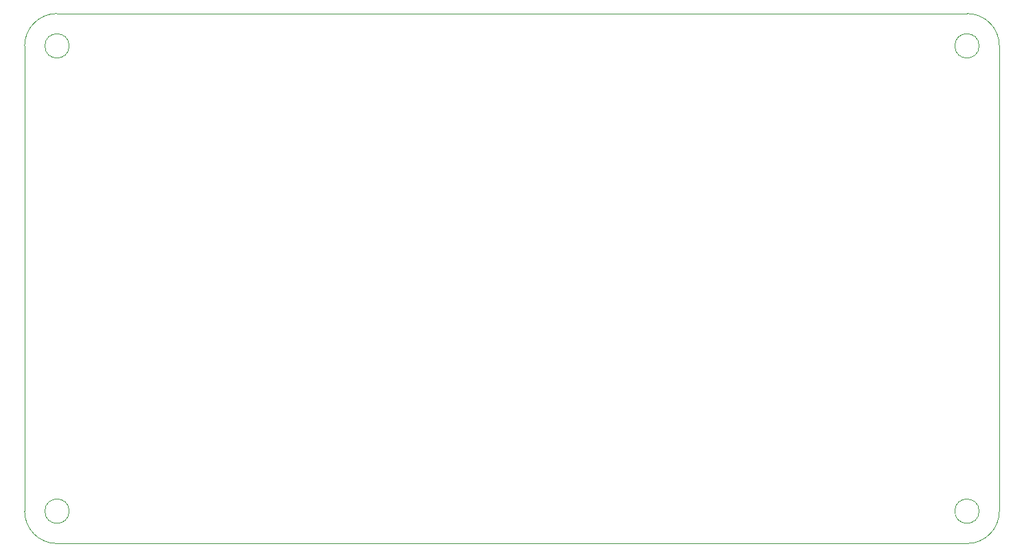
<source format=gm1>
%TF.GenerationSoftware,KiCad,Pcbnew,8.0.2*%
%TF.CreationDate,2024-07-03T09:30:12-06:00*%
%TF.ProjectId,MotorInterfacePiPico,4d6f746f-7249-46e7-9465-726661636550,rev?*%
%TF.SameCoordinates,Original*%
%TF.FileFunction,Profile,NP*%
%FSLAX46Y46*%
G04 Gerber Fmt 4.6, Leading zero omitted, Abs format (unit mm)*
G04 Created by KiCad (PCBNEW 8.0.2) date 2024-07-03 09:30:12*
%MOMM*%
%LPD*%
G01*
G04 APERTURE LIST*
%TA.AperFunction,Profile*%
%ADD10C,0.050000*%
%TD*%
G04 APERTURE END LIST*
D10*
X87000000Y-120500000D02*
G75*
G02*
X83000000Y-116500000I0J4000000D01*
G01*
X200750000Y-59000000D02*
G75*
G02*
X197750000Y-59000000I-1500000J0D01*
G01*
X197750000Y-59000000D02*
G75*
G02*
X200750000Y-59000000I1500000J0D01*
G01*
X200750000Y-116500000D02*
G75*
G02*
X197750000Y-116500000I-1500000J0D01*
G01*
X197750000Y-116500000D02*
G75*
G02*
X200750000Y-116500000I1500000J0D01*
G01*
X87000000Y-120500000D02*
X199250000Y-120500000D01*
X199250000Y-55000000D02*
G75*
G02*
X203250000Y-59000000I0J-4000000D01*
G01*
X203250000Y-116500000D02*
X203250000Y-59000000D01*
X83000000Y-59000000D02*
G75*
G02*
X87000000Y-55000000I4000000J0D01*
G01*
X83000000Y-59000000D02*
X83000000Y-116500000D01*
X88500000Y-116500000D02*
G75*
G02*
X85500000Y-116500000I-1500000J0D01*
G01*
X85500000Y-116500000D02*
G75*
G02*
X88500000Y-116500000I1500000J0D01*
G01*
X199250000Y-55000000D02*
X87000000Y-55000000D01*
X203250000Y-116500000D02*
G75*
G02*
X199250000Y-120500000I-4000000J0D01*
G01*
X88500000Y-59000000D02*
G75*
G02*
X85500000Y-59000000I-1500000J0D01*
G01*
X85500000Y-59000000D02*
G75*
G02*
X88500000Y-59000000I1500000J0D01*
G01*
M02*

</source>
